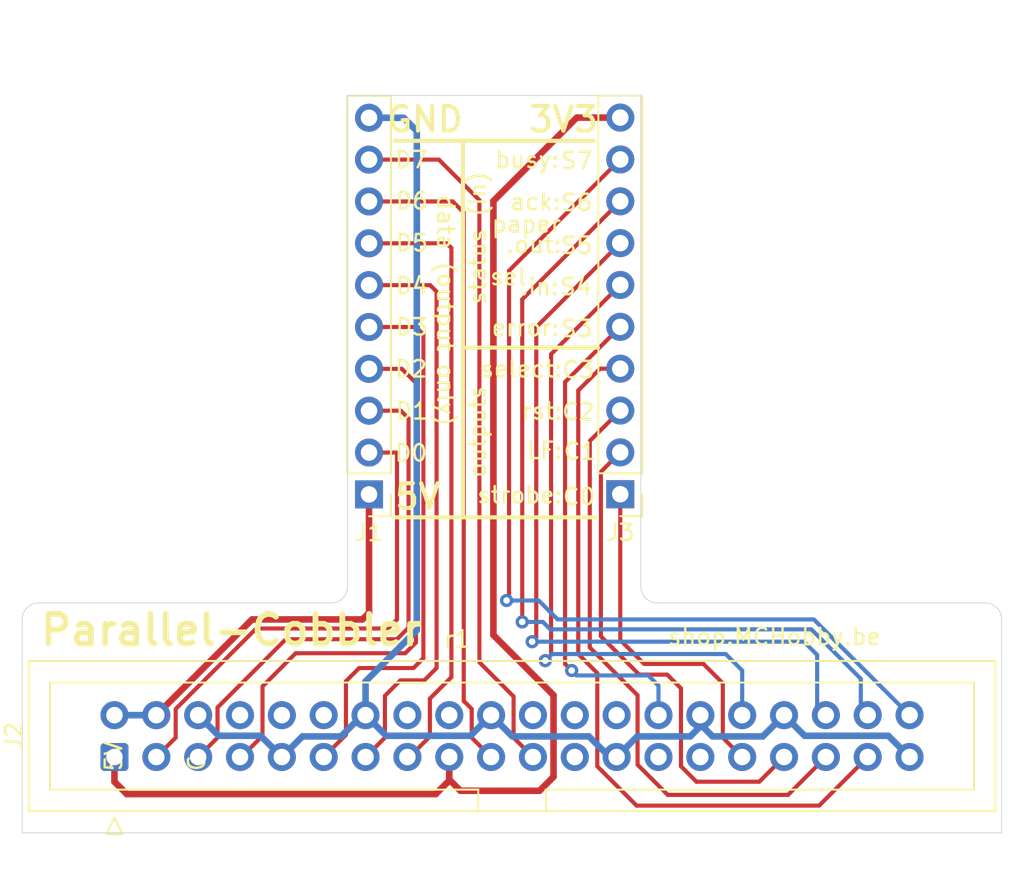
<source format=kicad_pcb>
(kicad_pcb (version 20171130) (host pcbnew 5.1.12-84ad8e8a86~92~ubuntu18.04.1)

  (general
    (thickness 1.6)
    (drawings 59)
    (tracks 181)
    (zones 0)
    (modules 3)
    (nets 32)
  )

  (page A4)
  (layers
    (0 F.Cu signal)
    (31 B.Cu signal)
    (32 B.Adhes user)
    (33 F.Adhes user)
    (34 B.Paste user)
    (35 F.Paste user)
    (36 B.SilkS user)
    (37 F.SilkS user)
    (38 B.Mask user)
    (39 F.Mask user)
    (40 Dwgs.User user)
    (41 Cmts.User user)
    (42 Eco1.User user)
    (43 Eco2.User user)
    (44 Edge.Cuts user)
    (45 Margin user)
    (46 B.CrtYd user)
    (47 F.CrtYd user)
    (48 B.Fab user)
    (49 F.Fab user)
  )

  (setup
    (last_trace_width 0.25)
    (trace_clearance 0.2)
    (zone_clearance 0.508)
    (zone_45_only no)
    (trace_min 0.2)
    (via_size 0.8)
    (via_drill 0.4)
    (via_min_size 0.4)
    (via_min_drill 0.3)
    (uvia_size 0.3)
    (uvia_drill 0.1)
    (uvias_allowed no)
    (uvia_min_size 0.2)
    (uvia_min_drill 0.1)
    (edge_width 0.05)
    (segment_width 0.2)
    (pcb_text_width 0.3)
    (pcb_text_size 1.5 1.5)
    (mod_edge_width 0.12)
    (mod_text_size 1 1)
    (mod_text_width 0.15)
    (pad_size 1.524 1.524)
    (pad_drill 0.762)
    (pad_to_mask_clearance 0)
    (aux_axis_origin 0 0)
    (visible_elements FFFFFF7F)
    (pcbplotparams
      (layerselection 0x010fc_ffffffff)
      (usegerberextensions false)
      (usegerberattributes true)
      (usegerberadvancedattributes true)
      (creategerberjobfile true)
      (excludeedgelayer true)
      (linewidth 0.100000)
      (plotframeref false)
      (viasonmask false)
      (mode 1)
      (useauxorigin false)
      (hpglpennumber 1)
      (hpglpenspeed 20)
      (hpglpendiameter 15.000000)
      (psnegative false)
      (psa4output false)
      (plotreference true)
      (plotvalue true)
      (plotinvisibletext false)
      (padsonsilk false)
      (subtractmaskfromsilk false)
      (outputformat 1)
      (mirror false)
      (drillshape 0)
      (scaleselection 1)
      (outputdirectory "Parallel-cobbler-000/"))
  )

  (net 0 "")
  (net 1 +5V)
  (net 2 GND)
  (net 3 +3V3)
  (net 4 /c3)
  (net 5 /c2)
  (net 6 /s3)
  (net 7 /c1)
  (net 8 /s4)
  (net 9 /s5)
  (net 10 /s7)
  (net 11 /s6)
  (net 12 /d7)
  (net 13 /d6)
  (net 14 /d5)
  (net 15 /d4)
  (net 16 /d1)
  (net 17 /d0)
  (net 18 /c0)
  (net 19 "Net-(J2-Pad26)")
  (net 20 "Net-(J2-Pad24)")
  (net 21 "Net-(J2-Pad22)")
  (net 22 "Net-(J2-Pad18)")
  (net 23 "Net-(J2-Pad16)")
  (net 24 "Net-(J2-Pad12)")
  (net 25 "Net-(J2-Pad10)")
  (net 26 "Net-(J2-Pad8)")
  (net 27 "Net-(J2-Pad29)")
  (net 28 "Net-(J2-Pad27)")
  (net 29 "Net-(J2-Pad23)")
  (net 30 /d3)
  (net 31 /d2)

  (net_class Default "This is the default net class."
    (clearance 0.2)
    (trace_width 0.25)
    (via_dia 0.8)
    (via_drill 0.4)
    (uvia_dia 0.3)
    (uvia_drill 0.1)
    (add_net /c0)
    (add_net /c1)
    (add_net /c2)
    (add_net /c3)
    (add_net /d0)
    (add_net /d1)
    (add_net /d2)
    (add_net /d3)
    (add_net /d4)
    (add_net /d5)
    (add_net /d6)
    (add_net /d7)
    (add_net /s3)
    (add_net /s4)
    (add_net /s5)
    (add_net /s6)
    (add_net /s7)
    (add_net "Net-(J2-Pad10)")
    (add_net "Net-(J2-Pad12)")
    (add_net "Net-(J2-Pad16)")
    (add_net "Net-(J2-Pad18)")
    (add_net "Net-(J2-Pad22)")
    (add_net "Net-(J2-Pad23)")
    (add_net "Net-(J2-Pad24)")
    (add_net "Net-(J2-Pad26)")
    (add_net "Net-(J2-Pad27)")
    (add_net "Net-(J2-Pad29)")
    (add_net "Net-(J2-Pad8)")
  )

  (net_class PWR ""
    (clearance 0.2)
    (trace_width 0.4)
    (via_dia 0.8)
    (via_drill 0.4)
    (uvia_dia 0.3)
    (uvia_drill 0.1)
    (add_net +3V3)
    (add_net +5V)
    (add_net GND)
  )

  (module Connector_PinHeader_2.54mm:PinHeader_1x10_P2.54mm_Vertical (layer F.Cu) (tedit 59FED5CC) (tstamp 62B951C7)
    (at 143.25 50.9 180)
    (descr "Through hole straight pin header, 1x10, 2.54mm pitch, single row")
    (tags "Through hole pin header THT 1x10 2.54mm single row")
    (path /62B97D27)
    (fp_text reference J3 (at 0 -2.33) (layer F.SilkS)
      (effects (font (size 1 1) (thickness 0.15)))
    )
    (fp_text value Conn_Right (at 0 25.19) (layer F.Fab)
      (effects (font (size 1 1) (thickness 0.15)))
    )
    (fp_line (start 1.8 -1.8) (end -1.8 -1.8) (layer F.CrtYd) (width 0.05))
    (fp_line (start 1.8 24.65) (end 1.8 -1.8) (layer F.CrtYd) (width 0.05))
    (fp_line (start -1.8 24.65) (end 1.8 24.65) (layer F.CrtYd) (width 0.05))
    (fp_line (start -1.8 -1.8) (end -1.8 24.65) (layer F.CrtYd) (width 0.05))
    (fp_line (start -1.33 -1.33) (end 0 -1.33) (layer F.SilkS) (width 0.12))
    (fp_line (start -1.33 0) (end -1.33 -1.33) (layer F.SilkS) (width 0.12))
    (fp_line (start -1.33 1.27) (end 1.33 1.27) (layer F.SilkS) (width 0.12))
    (fp_line (start 1.33 1.27) (end 1.33 24.19) (layer F.SilkS) (width 0.12))
    (fp_line (start -1.33 1.27) (end -1.33 24.19) (layer F.SilkS) (width 0.12))
    (fp_line (start -1.33 24.19) (end 1.33 24.19) (layer F.SilkS) (width 0.12))
    (fp_line (start -1.27 -0.635) (end -0.635 -1.27) (layer F.Fab) (width 0.1))
    (fp_line (start -1.27 24.13) (end -1.27 -0.635) (layer F.Fab) (width 0.1))
    (fp_line (start 1.27 24.13) (end -1.27 24.13) (layer F.Fab) (width 0.1))
    (fp_line (start 1.27 -1.27) (end 1.27 24.13) (layer F.Fab) (width 0.1))
    (fp_line (start -0.635 -1.27) (end 1.27 -1.27) (layer F.Fab) (width 0.1))
    (fp_text user %R (at 0 11.43 90) (layer F.Fab)
      (effects (font (size 1 1) (thickness 0.15)))
    )
    (pad 10 thru_hole oval (at 0 22.86 180) (size 1.7 1.7) (drill 1) (layers *.Cu *.Mask)
      (net 3 +3V3))
    (pad 9 thru_hole oval (at 0 20.32 180) (size 1.7 1.7) (drill 1) (layers *.Cu *.Mask)
      (net 10 /s7))
    (pad 8 thru_hole oval (at 0 17.78 180) (size 1.7 1.7) (drill 1) (layers *.Cu *.Mask)
      (net 11 /s6))
    (pad 7 thru_hole oval (at 0 15.24 180) (size 1.7 1.7) (drill 1) (layers *.Cu *.Mask)
      (net 9 /s5))
    (pad 6 thru_hole oval (at 0 12.7 180) (size 1.7 1.7) (drill 1) (layers *.Cu *.Mask)
      (net 8 /s4))
    (pad 5 thru_hole oval (at 0 10.16 180) (size 1.7 1.7) (drill 1) (layers *.Cu *.Mask)
      (net 6 /s3))
    (pad 4 thru_hole oval (at 0 7.62 180) (size 1.7 1.7) (drill 1) (layers *.Cu *.Mask)
      (net 4 /c3))
    (pad 3 thru_hole oval (at 0 5.08 180) (size 1.7 1.7) (drill 1) (layers *.Cu *.Mask)
      (net 5 /c2))
    (pad 2 thru_hole oval (at 0 2.54 180) (size 1.7 1.7) (drill 1) (layers *.Cu *.Mask)
      (net 7 /c1))
    (pad 1 thru_hole rect (at 0 0 180) (size 1.7 1.7) (drill 1) (layers *.Cu *.Mask)
      (net 18 /c0))
    (model ${KISYS3DMOD}/Connector_PinHeader_2.54mm.3dshapes/PinHeader_1x10_P2.54mm_Vertical.wrl
      (at (xyz 0 0 0))
      (scale (xyz 1 1 1))
      (rotate (xyz 0 0 0))
    )
  )

  (module Connector_PinHeader_2.54mm:PinHeader_1x10_P2.54mm_Vertical (layer F.Cu) (tedit 59FED5CC) (tstamp 62B95111)
    (at 128 50.91 180)
    (descr "Through hole straight pin header, 1x10, 2.54mm pitch, single row")
    (tags "Through hole pin header THT 1x10 2.54mm single row")
    (path /62B966F6)
    (fp_text reference J1 (at 0 -2.33) (layer F.SilkS)
      (effects (font (size 1 1) (thickness 0.15)))
    )
    (fp_text value Conn_Left (at 0 25.19) (layer F.Fab)
      (effects (font (size 1 1) (thickness 0.15)))
    )
    (fp_line (start 1.8 -1.8) (end -1.8 -1.8) (layer F.CrtYd) (width 0.05))
    (fp_line (start 1.8 24.65) (end 1.8 -1.8) (layer F.CrtYd) (width 0.05))
    (fp_line (start -1.8 24.65) (end 1.8 24.65) (layer F.CrtYd) (width 0.05))
    (fp_line (start -1.8 -1.8) (end -1.8 24.65) (layer F.CrtYd) (width 0.05))
    (fp_line (start -1.33 -1.33) (end 0 -1.33) (layer F.SilkS) (width 0.12))
    (fp_line (start -1.33 0) (end -1.33 -1.33) (layer F.SilkS) (width 0.12))
    (fp_line (start -1.33 1.27) (end 1.33 1.27) (layer F.SilkS) (width 0.12))
    (fp_line (start 1.33 1.27) (end 1.33 24.19) (layer F.SilkS) (width 0.12))
    (fp_line (start -1.33 1.27) (end -1.33 24.19) (layer F.SilkS) (width 0.12))
    (fp_line (start -1.33 24.19) (end 1.33 24.19) (layer F.SilkS) (width 0.12))
    (fp_line (start -1.27 -0.635) (end -0.635 -1.27) (layer F.Fab) (width 0.1))
    (fp_line (start -1.27 24.13) (end -1.27 -0.635) (layer F.Fab) (width 0.1))
    (fp_line (start 1.27 24.13) (end -1.27 24.13) (layer F.Fab) (width 0.1))
    (fp_line (start 1.27 -1.27) (end 1.27 24.13) (layer F.Fab) (width 0.1))
    (fp_line (start -0.635 -1.27) (end 1.27 -1.27) (layer F.Fab) (width 0.1))
    (fp_text user %R (at 0 11.43 90) (layer F.Fab)
      (effects (font (size 1 1) (thickness 0.15)))
    )
    (pad 10 thru_hole oval (at 0 22.86 180) (size 1.7 1.7) (drill 1) (layers *.Cu *.Mask)
      (net 2 GND))
    (pad 9 thru_hole oval (at 0 20.32 180) (size 1.7 1.7) (drill 1) (layers *.Cu *.Mask)
      (net 12 /d7))
    (pad 8 thru_hole oval (at 0 17.78 180) (size 1.7 1.7) (drill 1) (layers *.Cu *.Mask)
      (net 13 /d6))
    (pad 7 thru_hole oval (at 0 15.24 180) (size 1.7 1.7) (drill 1) (layers *.Cu *.Mask)
      (net 14 /d5))
    (pad 6 thru_hole oval (at 0 12.7 180) (size 1.7 1.7) (drill 1) (layers *.Cu *.Mask)
      (net 15 /d4))
    (pad 5 thru_hole oval (at 0 10.16 180) (size 1.7 1.7) (drill 1) (layers *.Cu *.Mask)
      (net 30 /d3))
    (pad 4 thru_hole oval (at 0 7.62 180) (size 1.7 1.7) (drill 1) (layers *.Cu *.Mask)
      (net 31 /d2))
    (pad 3 thru_hole oval (at 0 5.08 180) (size 1.7 1.7) (drill 1) (layers *.Cu *.Mask)
      (net 16 /d1))
    (pad 2 thru_hole oval (at 0 2.54 180) (size 1.7 1.7) (drill 1) (layers *.Cu *.Mask)
      (net 17 /d0))
    (pad 1 thru_hole rect (at 0 0 180) (size 1.7 1.7) (drill 1) (layers *.Cu *.Mask)
      (net 1 +5V))
    (model ${KISYS3DMOD}/Connector_PinHeader_2.54mm.3dshapes/PinHeader_1x10_P2.54mm_Vertical.wrl
      (at (xyz 0 0 0))
      (scale (xyz 1 1 1))
      (rotate (xyz 0 0 0))
    )
  )

  (module Connector_IDC:IDC-Header_2x20_P2.54mm_Vertical (layer F.Cu) (tedit 5EAC9A07) (tstamp 62B8BF72)
    (at 112.55 66.85 90)
    (descr "Through hole IDC box header, 2x20, 2.54mm pitch, DIN 41651 / IEC 60603-13, double rows, https://docs.google.com/spreadsheets/d/16SsEcesNF15N3Lb4niX7dcUr-NY5_MFPQhobNuNppn4/edit#gid=0")
    (tags "Through hole vertical IDC box header THT 2x20 2.54mm double row")
    (path /62B7B213)
    (fp_text reference J2 (at 1.27 -6.1 90) (layer F.SilkS)
      (effects (font (size 1 1) (thickness 0.15)))
    )
    (fp_text value Conn_RASP (at 1.27 54.36 90) (layer F.Fab)
      (effects (font (size 1 1) (thickness 0.15)))
    )
    (fp_line (start -3.18 -4.1) (end -2.18 -5.1) (layer F.Fab) (width 0.1))
    (fp_line (start -2.18 -5.1) (end 5.72 -5.1) (layer F.Fab) (width 0.1))
    (fp_line (start 5.72 -5.1) (end 5.72 53.36) (layer F.Fab) (width 0.1))
    (fp_line (start 5.72 53.36) (end -3.18 53.36) (layer F.Fab) (width 0.1))
    (fp_line (start -3.18 53.36) (end -3.18 -4.1) (layer F.Fab) (width 0.1))
    (fp_line (start -3.18 22.08) (end -1.98 22.08) (layer F.Fab) (width 0.1))
    (fp_line (start -1.98 22.08) (end -1.98 -3.91) (layer F.Fab) (width 0.1))
    (fp_line (start -1.98 -3.91) (end 4.52 -3.91) (layer F.Fab) (width 0.1))
    (fp_line (start 4.52 -3.91) (end 4.52 52.17) (layer F.Fab) (width 0.1))
    (fp_line (start 4.52 52.17) (end -1.98 52.17) (layer F.Fab) (width 0.1))
    (fp_line (start -1.98 52.17) (end -1.98 26.18) (layer F.Fab) (width 0.1))
    (fp_line (start -1.98 26.18) (end -1.98 26.18) (layer F.Fab) (width 0.1))
    (fp_line (start -1.98 26.18) (end -3.18 26.18) (layer F.Fab) (width 0.1))
    (fp_line (start -3.29 -5.21) (end 5.83 -5.21) (layer F.SilkS) (width 0.12))
    (fp_line (start 5.83 -5.21) (end 5.83 53.47) (layer F.SilkS) (width 0.12))
    (fp_line (start 5.83 53.47) (end -3.29 53.47) (layer F.SilkS) (width 0.12))
    (fp_line (start -3.29 53.47) (end -3.29 -5.21) (layer F.SilkS) (width 0.12))
    (fp_line (start -3.29 22.08) (end -1.98 22.08) (layer F.SilkS) (width 0.12))
    (fp_line (start -1.98 22.08) (end -1.98 -3.91) (layer F.SilkS) (width 0.12))
    (fp_line (start -1.98 -3.91) (end 4.52 -3.91) (layer F.SilkS) (width 0.12))
    (fp_line (start 4.52 -3.91) (end 4.52 52.17) (layer F.SilkS) (width 0.12))
    (fp_line (start 4.52 52.17) (end -1.98 52.17) (layer F.SilkS) (width 0.12))
    (fp_line (start -1.98 52.17) (end -1.98 26.18) (layer F.SilkS) (width 0.12))
    (fp_line (start -1.98 26.18) (end -1.98 26.18) (layer F.SilkS) (width 0.12))
    (fp_line (start -1.98 26.18) (end -3.29 26.18) (layer F.SilkS) (width 0.12))
    (fp_line (start -3.68 0) (end -4.68 -0.5) (layer F.SilkS) (width 0.12))
    (fp_line (start -4.68 -0.5) (end -4.68 0.5) (layer F.SilkS) (width 0.12))
    (fp_line (start -4.68 0.5) (end -3.68 0) (layer F.SilkS) (width 0.12))
    (fp_line (start -3.68 -5.6) (end -3.68 53.86) (layer F.CrtYd) (width 0.05))
    (fp_line (start -3.68 53.86) (end 6.22 53.86) (layer F.CrtYd) (width 0.05))
    (fp_line (start 6.22 53.86) (end 6.22 -5.6) (layer F.CrtYd) (width 0.05))
    (fp_line (start 6.22 -5.6) (end -3.68 -5.6) (layer F.CrtYd) (width 0.05))
    (fp_text user %R (at 1.27 24.13) (layer F.Fab)
      (effects (font (size 1 1) (thickness 0.15)))
    )
    (pad 40 thru_hole circle (at 2.54 48.26 90) (size 1.7 1.7) (drill 1) (layers *.Cu *.Mask)
      (net 10 /s7))
    (pad 38 thru_hole circle (at 2.54 45.72 90) (size 1.7 1.7) (drill 1) (layers *.Cu *.Mask)
      (net 11 /s6))
    (pad 36 thru_hole circle (at 2.54 43.18 90) (size 1.7 1.7) (drill 1) (layers *.Cu *.Mask)
      (net 9 /s5))
    (pad 34 thru_hole circle (at 2.54 40.64 90) (size 1.7 1.7) (drill 1) (layers *.Cu *.Mask)
      (net 2 GND))
    (pad 32 thru_hole circle (at 2.54 38.1 90) (size 1.7 1.7) (drill 1) (layers *.Cu *.Mask)
      (net 8 /s4))
    (pad 30 thru_hole circle (at 2.54 35.56 90) (size 1.7 1.7) (drill 1) (layers *.Cu *.Mask)
      (net 2 GND))
    (pad 28 thru_hole circle (at 2.54 33.02 90) (size 1.7 1.7) (drill 1) (layers *.Cu *.Mask)
      (net 6 /s3))
    (pad 26 thru_hole circle (at 2.54 30.48 90) (size 1.7 1.7) (drill 1) (layers *.Cu *.Mask)
      (net 19 "Net-(J2-Pad26)"))
    (pad 24 thru_hole circle (at 2.54 27.94 90) (size 1.7 1.7) (drill 1) (layers *.Cu *.Mask)
      (net 20 "Net-(J2-Pad24)"))
    (pad 22 thru_hole circle (at 2.54 25.4 90) (size 1.7 1.7) (drill 1) (layers *.Cu *.Mask)
      (net 21 "Net-(J2-Pad22)"))
    (pad 20 thru_hole circle (at 2.54 22.86 90) (size 1.7 1.7) (drill 1) (layers *.Cu *.Mask)
      (net 2 GND))
    (pad 18 thru_hole circle (at 2.54 20.32 90) (size 1.7 1.7) (drill 1) (layers *.Cu *.Mask)
      (net 22 "Net-(J2-Pad18)"))
    (pad 16 thru_hole circle (at 2.54 17.78 90) (size 1.7 1.7) (drill 1) (layers *.Cu *.Mask)
      (net 23 "Net-(J2-Pad16)"))
    (pad 14 thru_hole circle (at 2.54 15.24 90) (size 1.7 1.7) (drill 1) (layers *.Cu *.Mask)
      (net 2 GND))
    (pad 12 thru_hole circle (at 2.54 12.7 90) (size 1.7 1.7) (drill 1) (layers *.Cu *.Mask)
      (net 24 "Net-(J2-Pad12)"))
    (pad 10 thru_hole circle (at 2.54 10.16 90) (size 1.7 1.7) (drill 1) (layers *.Cu *.Mask)
      (net 25 "Net-(J2-Pad10)"))
    (pad 8 thru_hole circle (at 2.54 7.62 90) (size 1.7 1.7) (drill 1) (layers *.Cu *.Mask)
      (net 26 "Net-(J2-Pad8)"))
    (pad 6 thru_hole circle (at 2.54 5.08 90) (size 1.7 1.7) (drill 1) (layers *.Cu *.Mask)
      (net 2 GND))
    (pad 4 thru_hole circle (at 2.54 2.54 90) (size 1.7 1.7) (drill 1) (layers *.Cu *.Mask)
      (net 1 +5V))
    (pad 2 thru_hole circle (at 2.54 0 90) (size 1.7 1.7) (drill 1) (layers *.Cu *.Mask)
      (net 1 +5V))
    (pad 39 thru_hole circle (at 0 48.26 90) (size 1.7 1.7) (drill 1) (layers *.Cu *.Mask)
      (net 2 GND))
    (pad 37 thru_hole circle (at 0 45.72 90) (size 1.7 1.7) (drill 1) (layers *.Cu *.Mask)
      (net 4 /c3))
    (pad 35 thru_hole circle (at 0 43.18 90) (size 1.7 1.7) (drill 1) (layers *.Cu *.Mask)
      (net 5 /c2))
    (pad 33 thru_hole circle (at 0 40.64 90) (size 1.7 1.7) (drill 1) (layers *.Cu *.Mask)
      (net 7 /c1))
    (pad 31 thru_hole circle (at 0 38.1 90) (size 1.7 1.7) (drill 1) (layers *.Cu *.Mask)
      (net 18 /c0))
    (pad 29 thru_hole circle (at 0 35.56 90) (size 1.7 1.7) (drill 1) (layers *.Cu *.Mask)
      (net 27 "Net-(J2-Pad29)"))
    (pad 27 thru_hole circle (at 0 33.02 90) (size 1.7 1.7) (drill 1) (layers *.Cu *.Mask)
      (net 28 "Net-(J2-Pad27)"))
    (pad 25 thru_hole circle (at 0 30.48 90) (size 1.7 1.7) (drill 1) (layers *.Cu *.Mask)
      (net 2 GND))
    (pad 23 thru_hole circle (at 0 27.94 90) (size 1.7 1.7) (drill 1) (layers *.Cu *.Mask)
      (net 29 "Net-(J2-Pad23)"))
    (pad 21 thru_hole circle (at 0 25.4 90) (size 1.7 1.7) (drill 1) (layers *.Cu *.Mask)
      (net 12 /d7))
    (pad 19 thru_hole circle (at 0 22.86 90) (size 1.7 1.7) (drill 1) (layers *.Cu *.Mask)
      (net 13 /d6))
    (pad 17 thru_hole circle (at 0 20.32 90) (size 1.7 1.7) (drill 1) (layers *.Cu *.Mask)
      (net 3 +3V3))
    (pad 15 thru_hole circle (at 0 17.78 90) (size 1.7 1.7) (drill 1) (layers *.Cu *.Mask)
      (net 14 /d5))
    (pad 13 thru_hole circle (at 0 15.24 90) (size 1.7 1.7) (drill 1) (layers *.Cu *.Mask)
      (net 15 /d4))
    (pad 11 thru_hole circle (at 0 12.7 90) (size 1.7 1.7) (drill 1) (layers *.Cu *.Mask)
      (net 30 /d3))
    (pad 9 thru_hole circle (at 0 10.16 90) (size 1.7 1.7) (drill 1) (layers *.Cu *.Mask)
      (net 2 GND))
    (pad 7 thru_hole circle (at 0 7.62 90) (size 1.7 1.7) (drill 1) (layers *.Cu *.Mask)
      (net 31 /d2))
    (pad 5 thru_hole circle (at 0 5.08 90) (size 1.7 1.7) (drill 1) (layers *.Cu *.Mask)
      (net 16 /d1))
    (pad 3 thru_hole circle (at 0 2.54 90) (size 1.7 1.7) (drill 1) (layers *.Cu *.Mask)
      (net 17 /d0))
    (pad 1 thru_hole roundrect (at 0 0 90) (size 1.7 1.7) (drill 1) (layers *.Cu *.Mask) (roundrect_rratio 0.1470588235294118)
      (net 3 +3V3))
    (model ${KISYS3DMOD}/Connector_IDC.3dshapes/IDC-Header_2x20_P2.54mm_Vertical.wrl
      (at (xyz 0 0 0))
      (scale (xyz 1 1 1))
      (rotate (xyz 0 0 0))
    )
  )

  (gr_line (start 129.55 29.45) (end 141.65 29.45) (layer F.SilkS) (width 0.25))
  (gr_line (start 129.6 52.3) (end 141.75 52.3) (layer F.SilkS) (width 0.25))
  (gr_text sel (at 136.45 37.7) (layer F.SilkS)
    (effects (font (size 1 1) (thickness 0.15)))
  )
  (gr_line (start 133.7 42) (end 133.7 29.5) (layer F.SilkS) (width 0.25))
  (gr_line (start 133.7 42) (end 133.7 52.3) (layer F.SilkS) (width 0.25))
  (gr_text "data (output only)" (at 132.65 39.75 -90) (layer F.SilkS)
    (effects (font (size 1 1) (thickness 0.15)))
  )
  (gr_text outputs (at 134.6 47.1 90) (layer F.SilkS)
    (effects (font (size 1 1) (thickness 0.15)))
  )
  (gr_text "status (in)" (at 134.6 35.35 90) (layer F.SilkS)
    (effects (font (size 1 1) (thickness 0.15)))
  )
  (gr_text paper (at 137.55 34.5) (layer F.SilkS)
    (effects (font (size 1 1) (thickness 0.15)))
  )
  (gr_text error: (at 137.5 40.8) (layer F.SilkS)
    (effects (font (size 1 1) (thickness 0.15)))
  )
  (gr_text .in: (at 138.35 38.3) (layer F.SilkS)
    (effects (font (size 1 1) (thickness 0.15)))
  )
  (gr_text .out: (at 138 35.75) (layer F.SilkS)
    (effects (font (size 1 1) (thickness 0.15)))
  )
  (gr_text ack: (at 138.1 33.15) (layer F.SilkS)
    (effects (font (size 1 1) (thickness 0.15)))
  )
  (gr_text busy: (at 137.6 30.6) (layer F.SilkS)
    (effects (font (size 1 1) (thickness 0.15)))
  )
  (gr_text select: (at 137.25 43.3) (layer F.SilkS)
    (effects (font (size 1 1) (thickness 0.15)))
  )
  (gr_text rst: (at 138.5 45.85) (layer F.SilkS)
    (effects (font (size 1 1) (thickness 0.15)))
  )
  (gr_text LF: (at 138.65 48.25) (layer F.SilkS)
    (effects (font (size 1 1) (thickness 0.15)))
  )
  (gr_text strobe: (at 137.15 50.95) (layer F.SilkS)
    (effects (font (size 1 1) (thickness 0.15)))
  )
  (gr_line (start 141.9 42) (end 133.7 42) (layer F.SilkS) (width 0.25))
  (gr_text C0 (at 140.75 51.05) (layer F.SilkS)
    (effects (font (size 1 1) (thickness 0.15)))
  )
  (gr_text C1 (at 140.8 48.3) (layer F.SilkS)
    (effects (font (size 1 1) (thickness 0.15)))
  )
  (gr_text C2 (at 140.7 45.9) (layer F.SilkS)
    (effects (font (size 1 1) (thickness 0.15)))
  )
  (gr_text C3 (at 140.7 43.35) (layer F.SilkS)
    (effects (font (size 1 1) (thickness 0.15)))
  )
  (gr_text S7 (at 140.6 30.65) (layer F.SilkS)
    (effects (font (size 1 1) (thickness 0.15)))
  )
  (gr_text S6 (at 140.6 33.2) (layer F.SilkS)
    (effects (font (size 1 1) (thickness 0.15)))
  )
  (gr_text S5 (at 140.6 35.8) (layer F.SilkS)
    (effects (font (size 1 1) (thickness 0.15)))
  )
  (gr_text S4 (at 140.55 38.3) (layer F.SilkS)
    (effects (font (size 1 1) (thickness 0.15)))
  )
  (gr_text S3 (at 140.6 40.85) (layer F.SilkS)
    (effects (font (size 1 1) (thickness 0.15)))
  )
  (gr_text D0 (at 130.55 48.4) (layer F.SilkS)
    (effects (font (size 1 1) (thickness 0.15)))
  )
  (gr_text D1 (at 130.6 45.85) (layer F.SilkS)
    (effects (font (size 1 1) (thickness 0.15)))
  )
  (gr_text D2 (at 130.55 43.3) (layer F.SilkS)
    (effects (font (size 1 1) (thickness 0.15)))
  )
  (gr_text D3 (at 130.6 40.75) (layer F.SilkS)
    (effects (font (size 1 1) (thickness 0.15)))
  )
  (gr_text D4 (at 130.6 38.25) (layer F.SilkS)
    (effects (font (size 1 1) (thickness 0.15)))
  )
  (gr_text D5 (at 130.6 35.65) (layer F.SilkS)
    (effects (font (size 1 1) (thickness 0.15)))
  )
  (gr_text D6 (at 130.6 33.1) (layer F.SilkS)
    (effects (font (size 1 1) (thickness 0.15)))
  )
  (gr_text D7 (at 130.55 30.6) (layer F.SilkS)
    (effects (font (size 1 1) (thickness 0.15)))
  )
  (gr_text GND (at 131.4 28.15) (layer F.SilkS) (tstamp 62B9591C)
    (effects (font (size 1.5 1.5) (thickness 0.25)))
  )
  (gr_text 3V3 (at 139.8 28.15) (layer F.SilkS) (tstamp 62B95915)
    (effects (font (size 1.5 1.5) (thickness 0.25)))
  )
  (gr_text 5V (at 130.95 51.05) (layer F.SilkS)
    (effects (font (size 1.5 1.5) (thickness 0.25)))
  )
  (gr_arc (start 107.95 58.5) (end 107.95 57.5) (angle -90) (layer Edge.Cuts) (width 0.05))
  (gr_arc (start 165.4 58.5) (end 166.4 58.5) (angle -90) (layer Edge.Cuts) (width 0.05))
  (gr_arc (start 125.7 56.5) (end 125.7 57.5) (angle -90) (layer Edge.Cuts) (width 0.05))
  (gr_arc (start 145.5 56.5) (end 144.5 56.5) (angle -90) (layer Edge.Cuts) (width 0.05))
  (gr_text shop.MCHobby.be (at 152.6 59.55) (layer F.SilkS)
    (effects (font (size 1 1) (thickness 0.15)))
  )
  (gr_text r1 (at 133.35 59.7) (layer F.SilkS)
    (effects (font (size 1 1) (thickness 0.15)))
  )
  (gr_line (start 145.5 57.5) (end 165.4 57.5) (layer Edge.Cuts) (width 0.05))
  (gr_line (start 107.95 57.5) (end 125.7 57.5) (layer Edge.Cuts) (width 0.05))
  (gr_line (start 126.7 26.7) (end 126.7 56.5) (layer Edge.Cuts) (width 0.05))
  (gr_line (start 144.5 26.7) (end 144.5 56.5) (layer Edge.Cuts) (width 0.05) (tstamp 62B958E8))
  (dimension 15.25 (width 0.15) (layer Eco1.User)
    (gr_text "15,250 mm" (at 135.625 21.6) (layer Eco1.User)
      (effects (font (size 1 1) (thickness 0.15)))
    )
    (feature1 (pts (xy 128 27.1) (xy 128 22.313579)))
    (feature2 (pts (xy 143.25 27.1) (xy 143.25 22.313579)))
    (crossbar (pts (xy 143.25 22.9) (xy 128 22.9)))
    (arrow1a (pts (xy 128 22.9) (xy 129.126504 22.313579)))
    (arrow1b (pts (xy 128 22.9) (xy 129.126504 23.486421)))
    (arrow2a (pts (xy 143.25 22.9) (xy 142.123496 22.313579)))
    (arrow2b (pts (xy 143.25 22.9) (xy 142.123496 23.486421)))
  )
  (dimension 6.6 (width 0.15) (layer Eco1.User)
    (gr_text "6,600 mm" (at 139.95 24.35) (layer Eco1.User)
      (effects (font (size 1 1) (thickness 0.15)))
    )
    (feature1 (pts (xy 143.25 27.1) (xy 143.25 25.063579)))
    (feature2 (pts (xy 136.65 27.1) (xy 136.65 25.063579)))
    (crossbar (pts (xy 136.65 25.65) (xy 143.25 25.65)))
    (arrow1a (pts (xy 143.25 25.65) (xy 142.123496 26.236421)))
    (arrow1b (pts (xy 143.25 25.65) (xy 142.123496 25.063579)))
    (arrow2a (pts (xy 136.65 25.65) (xy 137.776504 26.236421)))
    (arrow2b (pts (xy 136.65 25.65) (xy 137.776504 25.063579)))
  )
  (gr_line (start 136.65 73.7) (end 136.65 27.05) (layer Eco1.User) (width 0.15))
  (gr_text Parallel-Cobbler (at 119.65 59.15) (layer F.SilkS)
    (effects (font (size 1.8 1.8) (thickness 0.35)))
  )
  (gr_text G (at 117.55 67.2 90) (layer F.SilkS)
    (effects (font (size 1 1) (thickness 0.15)))
  )
  (gr_text 5V (at 112.5 66.8 90) (layer F.SilkS)
    (effects (font (size 1 1) (thickness 0.15)))
  )
  (gr_line (start 106.95 58.5) (end 106.95 71.45) (layer Edge.Cuts) (width 0.05) (tstamp 62B8D64A))
  (gr_line (start 166.4 71.45) (end 106.95 71.45) (layer Edge.Cuts) (width 0.05))
  (gr_line (start 166.4 58.5) (end 166.4 71.45) (layer Edge.Cuts) (width 0.05))
  (gr_line (start 126.7 26.7) (end 144.5 26.7) (layer Edge.Cuts) (width 0.05))

  (segment (start 112.55 64.31) (end 115.09 64.31) (width 0.4) (layer B.Cu) (net 1))
  (segment (start 120.9 58.5) (end 115.09 64.31) (width 0.4) (layer F.Cu) (net 1))
  (segment (start 127.6 58.5) (end 120.9 58.5) (width 0.4) (layer F.Cu) (net 1))
  (segment (start 128 50.91) (end 128 58.1) (width 0.4) (layer F.Cu) (net 1))
  (segment (start 128 58.1) (end 127.6 58.5) (width 0.4) (layer F.Cu) (net 1))
  (segment (start 144.280001 65.599999) (end 147.500001 65.599999) (width 0.4) (layer B.Cu) (net 2))
  (segment (start 143.03 66.85) (end 144.280001 65.599999) (width 0.4) (layer B.Cu) (net 2))
  (segment (start 148.11 64.99) (end 148.11 64.31) (width 0.4) (layer B.Cu) (net 2))
  (segment (start 147.500001 65.599999) (end 148.11 64.99) (width 0.4) (layer B.Cu) (net 2))
  (segment (start 148.11 64.31) (end 148.11 64.86) (width 0.4) (layer B.Cu) (net 2))
  (segment (start 148.849999 65.599999) (end 151.900001 65.599999) (width 0.4) (layer B.Cu) (net 2))
  (segment (start 151.900001 65.599999) (end 153.19 64.31) (width 0.4) (layer B.Cu) (net 2))
  (segment (start 148.11 64.86) (end 148.849999 65.599999) (width 0.4) (layer B.Cu) (net 2))
  (segment (start 159.520001 65.560001) (end 160.81 66.85) (width 0.4) (layer B.Cu) (net 2))
  (segment (start 154.440001 65.560001) (end 159.520001 65.560001) (width 0.4) (layer B.Cu) (net 2))
  (segment (start 153.19 64.31) (end 154.440001 65.560001) (width 0.4) (layer B.Cu) (net 2))
  (segment (start 136.699999 65.599999) (end 141.349999 65.599999) (width 0.4) (layer B.Cu) (net 2))
  (segment (start 135.41 64.31) (end 136.699999 65.599999) (width 0.4) (layer B.Cu) (net 2))
  (segment (start 142.6 66.85) (end 143.03 66.85) (width 0.4) (layer B.Cu) (net 2))
  (segment (start 141.349999 65.599999) (end 142.6 66.85) (width 0.4) (layer B.Cu) (net 2))
  (segment (start 127.79 64.31) (end 129.040001 65.560001) (width 0.4) (layer B.Cu) (net 2))
  (segment (start 134.159999 65.560001) (end 135.41 64.31) (width 0.4) (layer B.Cu) (net 2))
  (segment (start 129.040001 65.560001) (end 134.159999 65.560001) (width 0.4) (layer B.Cu) (net 2))
  (segment (start 123.960001 65.599999) (end 126.299999 65.599999) (width 0.4) (layer B.Cu) (net 2))
  (segment (start 122.71 66.85) (end 123.960001 65.599999) (width 0.4) (layer B.Cu) (net 2))
  (segment (start 127.589998 64.31) (end 127.79 64.31) (width 0.4) (layer B.Cu) (net 2))
  (segment (start 126.299999 65.599999) (end 127.589998 64.31) (width 0.4) (layer B.Cu) (net 2))
  (segment (start 121.420001 65.560001) (end 122.71 66.85) (width 0.4) (layer B.Cu) (net 2))
  (segment (start 118.880001 65.560001) (end 121.420001 65.560001) (width 0.4) (layer B.Cu) (net 2))
  (segment (start 117.63 64.31) (end 118.880001 65.560001) (width 0.4) (layer B.Cu) (net 2))
  (segment (start 128 28.05) (end 130.1 28.05) (width 0.4) (layer B.Cu) (net 2))
  (segment (start 130.1 28.05) (end 130.9 28.85) (width 0.4) (layer B.Cu) (net 2))
  (segment (start 130.9 28.85) (end 130.9 59.15) (width 0.4) (layer B.Cu) (net 2))
  (segment (start 127.79 62.26) (end 127.79 64.31) (width 0.4) (layer B.Cu) (net 2))
  (segment (start 130.9 59.15) (end 127.79 62.26) (width 0.4) (layer B.Cu) (net 2))
  (segment (start 112.55 66.85) (end 112.55 68.35) (width 0.4) (layer F.Cu) (net 3))
  (segment (start 112.55 68.35) (end 113.3 69.1) (width 0.4) (layer F.Cu) (net 3))
  (segment (start 113.3 69.1) (end 132.05 69.1) (width 0.4) (layer F.Cu) (net 3))
  (segment (start 132.87 68.28) (end 132.87 66.85) (width 0.4) (layer F.Cu) (net 3))
  (segment (start 132.05 69.1) (end 132.87 68.28) (width 0.4) (layer F.Cu) (net 3))
  (segment (start 132.87 66.85) (end 132.87 68.22) (width 0.4) (layer F.Cu) (net 3))
  (segment (start 132.87 68.22) (end 133.55 68.9) (width 0.4) (layer F.Cu) (net 3))
  (segment (start 133.55 68.9) (end 138.35 68.9) (width 0.4) (layer F.Cu) (net 3))
  (segment (start 139.200001 68.049999) (end 139.200001 63.100001) (width 0.4) (layer F.Cu) (net 3))
  (segment (start 138.35 68.9) (end 139.200001 68.049999) (width 0.4) (layer F.Cu) (net 3))
  (segment (start 135.549999 59.449999) (end 135.549999 33.100001) (width 0.4) (layer F.Cu) (net 3))
  (segment (start 139.200001 63.100001) (end 135.549999 59.449999) (width 0.4) (layer F.Cu) (net 3))
  (segment (start 140.61 28.04) (end 143.25 28.04) (width 0.4) (layer F.Cu) (net 3))
  (segment (start 135.549999 33.100001) (end 140.61 28.04) (width 0.4) (layer F.Cu) (net 3))
  (segment (start 155.32 69.8) (end 158.27 66.85) (width 0.25) (layer F.Cu) (net 4))
  (segment (start 144.240998 69.8) (end 155.32 69.8) (width 0.25) (layer F.Cu) (net 4))
  (segment (start 142.02 43.28) (end 140.7 44.6) (width 0.25) (layer F.Cu) (net 4))
  (segment (start 143.25 43.28) (end 142.02 43.28) (width 0.25) (layer F.Cu) (net 4))
  (segment (start 140.7 44.6) (end 140.7 60.6) (width 0.25) (layer F.Cu) (net 4))
  (segment (start 140.7 60.6) (end 141.854999 61.754999) (width 0.25) (layer F.Cu) (net 4))
  (segment (start 141.854999 61.754999) (end 141.854999 67.414001) (width 0.25) (layer F.Cu) (net 4))
  (segment (start 141.854999 67.414001) (end 144.240998 69.8) (width 0.25) (layer F.Cu) (net 4))
  (segment (start 153.43 69.15) (end 155.73 66.85) (width 0.25) (layer F.Cu) (net 5))
  (segment (start 143.25 45.82) (end 141.4 47.67) (width 0.25) (layer F.Cu) (net 5))
  (segment (start 141.4 60.2) (end 144.3 63.1) (width 0.25) (layer F.Cu) (net 5))
  (segment (start 144.3 63.1) (end 144.3 67.319002) (width 0.25) (layer F.Cu) (net 5))
  (segment (start 141.4 47.67) (end 141.4 60.2) (width 0.25) (layer F.Cu) (net 5))
  (segment (start 144.3 67.319002) (end 146.130998 69.15) (width 0.25) (layer F.Cu) (net 5))
  (segment (start 146.130998 69.15) (end 153.43 69.15) (width 0.25) (layer F.Cu) (net 5))
  (via (at 140.3 61.6) (size 0.8) (drill 0.4) (layers F.Cu B.Cu) (net 6))
  (segment (start 140.6 61.9) (end 140.3 61.6) (width 0.25) (layer B.Cu) (net 6))
  (segment (start 140.3 61.6) (end 139.9 61.2) (width 0.25) (layer F.Cu) (net 6))
  (segment (start 139.9 44.09) (end 143.25 40.74) (width 0.25) (layer F.Cu) (net 6))
  (segment (start 139.9 61.2) (end 139.9 44.09) (width 0.25) (layer F.Cu) (net 6))
  (segment (start 140.6 61.9) (end 144.95 61.9) (width 0.25) (layer B.Cu) (net 6))
  (segment (start 145.57 62.52) (end 145.57 64.31) (width 0.25) (layer B.Cu) (net 6))
  (segment (start 144.95 61.9) (end 145.57 62.52) (width 0.25) (layer B.Cu) (net 6))
  (segment (start 147.870998 68.35) (end 151.69 68.35) (width 0.25) (layer F.Cu) (net 7))
  (segment (start 146.934999 67.414001) (end 147.870998 68.35) (width 0.25) (layer F.Cu) (net 7))
  (segment (start 142.074999 49.535001) (end 142.074999 59.524999) (width 0.25) (layer F.Cu) (net 7))
  (segment (start 142.074999 59.524999) (end 144.4 61.85) (width 0.25) (layer F.Cu) (net 7))
  (segment (start 143.25 48.36) (end 142.074999 49.535001) (width 0.25) (layer F.Cu) (net 7))
  (segment (start 144.4 61.85) (end 146.1 61.85) (width 0.25) (layer F.Cu) (net 7))
  (segment (start 151.69 68.35) (end 153.19 66.85) (width 0.25) (layer F.Cu) (net 7))
  (segment (start 146.1 61.85) (end 146.934999 62.684999) (width 0.25) (layer F.Cu) (net 7))
  (segment (start 146.934999 62.684999) (end 146.934999 67.414001) (width 0.25) (layer F.Cu) (net 7))
  (segment (start 143.25 38.2) (end 139.05 42.4) (width 0.25) (layer F.Cu) (net 8))
  (via (at 138.7 61) (size 0.8) (drill 0.4) (layers F.Cu B.Cu) (net 8))
  (segment (start 139.05 42.4) (end 139.05 60.65) (width 0.25) (layer F.Cu) (net 8))
  (segment (start 139.05 60.65) (end 138.7 61) (width 0.25) (layer F.Cu) (net 8))
  (segment (start 139.099999 60.600001) (end 149.650001 60.600001) (width 0.25) (layer B.Cu) (net 8))
  (segment (start 138.7 61) (end 139.099999 60.600001) (width 0.25) (layer B.Cu) (net 8))
  (segment (start 150.65 61.6) (end 150.65 64.31) (width 0.25) (layer B.Cu) (net 8))
  (segment (start 149.650001 60.600001) (end 150.65 61.6) (width 0.25) (layer B.Cu) (net 8))
  (segment (start 143.25 35.66) (end 138.15 40.76) (width 0.25) (layer F.Cu) (net 9))
  (segment (start 138.15 40.76) (end 138.15 59.6) (width 0.25) (layer F.Cu) (net 9))
  (via (at 137.9 59.85) (size 0.8) (drill 0.4) (layers F.Cu B.Cu) (net 9))
  (segment (start 138.15 59.6) (end 137.9 59.85) (width 0.25) (layer F.Cu) (net 9))
  (segment (start 137.9 59.85) (end 154.4 59.85) (width 0.25) (layer B.Cu) (net 9))
  (segment (start 154.4 59.85) (end 155.2 60.65) (width 0.25) (layer B.Cu) (net 9))
  (segment (start 155.2 63.78) (end 155.73 64.31) (width 0.25) (layer B.Cu) (net 9))
  (segment (start 155.2 60.65) (end 155.2 63.78) (width 0.25) (layer B.Cu) (net 9))
  (segment (start 143.25 30.58) (end 136.5 37.33) (width 0.25) (layer F.Cu) (net 10))
  (via (at 136.35 57.35) (size 0.8) (drill 0.4) (layers F.Cu B.Cu) (net 10))
  (segment (start 136.5 37.33) (end 136.5 57.2) (width 0.25) (layer F.Cu) (net 10))
  (segment (start 136.5 57.2) (end 136.35 57.35) (width 0.25) (layer F.Cu) (net 10))
  (segment (start 160.81 64.31) (end 155 58.5) (width 0.25) (layer B.Cu) (net 10))
  (segment (start 155 58.5) (end 139.45 58.5) (width 0.25) (layer B.Cu) (net 10))
  (segment (start 138.3 57.35) (end 136.35 57.35) (width 0.25) (layer B.Cu) (net 10))
  (segment (start 139.45 58.5) (end 138.3 57.35) (width 0.25) (layer B.Cu) (net 10))
  (segment (start 143.25 33.12) (end 137.3 39.07) (width 0.25) (layer F.Cu) (net 11))
  (via (at 137.3 58.65) (size 0.8) (drill 0.4) (layers F.Cu B.Cu) (net 11))
  (segment (start 137.3 39.07) (end 137.3 58.65) (width 0.25) (layer F.Cu) (net 11))
  (segment (start 157.85 63.89) (end 158.27 64.31) (width 0.25) (layer B.Cu) (net 11))
  (segment (start 137.3 58.65) (end 138.55 58.65) (width 0.25) (layer B.Cu) (net 11))
  (segment (start 138.55 58.65) (end 139 59.1) (width 0.25) (layer B.Cu) (net 11))
  (segment (start 139 59.1) (end 154.85 59.1) (width 0.25) (layer B.Cu) (net 11))
  (segment (start 157.85 62.1) (end 157.85 63.45) (width 0.25) (layer B.Cu) (net 11))
  (segment (start 154.85 59.1) (end 157.85 62.1) (width 0.25) (layer B.Cu) (net 11))
  (segment (start 157.85 63.45) (end 157.85 63.89) (width 0.25) (layer B.Cu) (net 11))
  (segment (start 128 30.59) (end 132.24 30.59) (width 0.25) (layer F.Cu) (net 12))
  (segment (start 134.7 33.05) (end 134.7 61.1) (width 0.25) (layer F.Cu) (net 12))
  (segment (start 132.24 30.59) (end 134.7 33.05) (width 0.25) (layer F.Cu) (net 12))
  (segment (start 136.774999 65.674999) (end 137.95 66.85) (width 0.25) (layer F.Cu) (net 12))
  (segment (start 136.774999 63.174999) (end 136.774999 65.674999) (width 0.25) (layer F.Cu) (net 12))
  (segment (start 134.7 61.1) (end 136.774999 63.174999) (width 0.25) (layer F.Cu) (net 12))
  (segment (start 128 33.13) (end 133.08 33.13) (width 0.25) (layer F.Cu) (net 13))
  (segment (start 133.08 33.13) (end 133.75 33.8) (width 0.25) (layer F.Cu) (net 13))
  (segment (start 134.234999 65.674999) (end 135.41 66.85) (width 0.25) (layer F.Cu) (net 13))
  (segment (start 134.234999 63.935997) (end 134.234999 65.674999) (width 0.25) (layer F.Cu) (net 13))
  (segment (start 133.75 63.450998) (end 134.234999 63.935997) (width 0.25) (layer F.Cu) (net 13))
  (segment (start 133.75 33.8) (end 133.75 63.450998) (width 0.25) (layer F.Cu) (net 13))
  (segment (start 130.45 66.85) (end 130.33 66.85) (width 0.25) (layer F.Cu) (net 14))
  (segment (start 132.72 35.67) (end 133 35.95) (width 0.25) (layer F.Cu) (net 14))
  (segment (start 128 35.67) (end 132.72 35.67) (width 0.25) (layer F.Cu) (net 14))
  (segment (start 133 35.95) (end 133 62) (width 0.25) (layer F.Cu) (net 14))
  (segment (start 133 62) (end 131.694999 63.305001) (width 0.25) (layer F.Cu) (net 14))
  (segment (start 131.694999 65.605001) (end 130.45 66.85) (width 0.25) (layer F.Cu) (net 14))
  (segment (start 131.694999 63.305001) (end 131.694999 65.605001) (width 0.25) (layer F.Cu) (net 14))
  (segment (start 128 38.21) (end 131.71 38.21) (width 0.25) (layer F.Cu) (net 15))
  (segment (start 132.1 38.6) (end 132.1 61.45) (width 0.25) (layer F.Cu) (net 15))
  (segment (start 131.71 38.21) (end 132.1 38.6) (width 0.25) (layer F.Cu) (net 15))
  (segment (start 132.1 61.45) (end 131.35 62.2) (width 0.25) (layer F.Cu) (net 15))
  (segment (start 131.35 62.2) (end 129.9 62.2) (width 0.25) (layer F.Cu) (net 15))
  (segment (start 128.965001 65.674999) (end 127.79 66.85) (width 0.25) (layer F.Cu) (net 15))
  (segment (start 128.965001 63.134999) (end 128.965001 65.674999) (width 0.25) (layer F.Cu) (net 15))
  (segment (start 129.9 62.2) (end 128.965001 63.134999) (width 0.25) (layer F.Cu) (net 15))
  (segment (start 128 45.83) (end 129.93 45.83) (width 0.25) (layer F.Cu) (net 16))
  (segment (start 130.39998 46.29998) (end 130.39998 59.00002) (width 0.25) (layer F.Cu) (net 16))
  (segment (start 129.93 45.83) (end 130.39998 46.29998) (width 0.25) (layer F.Cu) (net 16))
  (segment (start 130.39998 59.00002) (end 129.7 59.7) (width 0.25) (layer F.Cu) (net 16))
  (segment (start 118.805001 65.674999) (end 117.63 66.85) (width 0.25) (layer F.Cu) (net 16))
  (segment (start 118.805001 63.844999) (end 118.805001 65.674999) (width 0.25) (layer F.Cu) (net 16))
  (segment (start 122.95 59.7) (end 118.805001 63.844999) (width 0.25) (layer F.Cu) (net 16))
  (segment (start 129.7 59.7) (end 122.95 59.7) (width 0.25) (layer F.Cu) (net 16))
  (segment (start 128 48.37) (end 129.67 48.37) (width 0.25) (layer F.Cu) (net 17))
  (segment (start 129.67 48.37) (end 129.7 48.4) (width 0.25) (layer F.Cu) (net 17))
  (segment (start 129.7 48.4) (end 129.7 58.5) (width 0.25) (layer F.Cu) (net 17))
  (segment (start 129.7 58.5) (end 129.15 59.05) (width 0.25) (layer F.Cu) (net 17))
  (segment (start 116.265001 65.674999) (end 115.09 66.85) (width 0.25) (layer F.Cu) (net 17))
  (segment (start 116.265001 63.935997) (end 116.265001 65.674999) (width 0.25) (layer F.Cu) (net 17))
  (segment (start 121.150998 59.05) (end 116.265001 63.935997) (width 0.25) (layer F.Cu) (net 17))
  (segment (start 129.15 59.05) (end 121.150998 59.05) (width 0.25) (layer F.Cu) (net 17))
  (segment (start 149.474999 65.674999) (end 150.65 66.85) (width 0.25) (layer F.Cu) (net 18))
  (segment (start 149.474999 62.374999) (end 149.474999 65.674999) (width 0.25) (layer F.Cu) (net 18))
  (segment (start 148.3 61.2) (end 149.474999 62.374999) (width 0.25) (layer F.Cu) (net 18))
  (segment (start 144.7 61.2) (end 148.3 61.2) (width 0.25) (layer F.Cu) (net 18))
  (segment (start 143.25 50.9) (end 143.25 59.75) (width 0.25) (layer F.Cu) (net 18))
  (segment (start 143.25 59.75) (end 144.7 61.2) (width 0.25) (layer F.Cu) (net 18))
  (segment (start 128 40.75) (end 130.85 40.75) (width 0.25) (layer F.Cu) (net 30))
  (segment (start 130.85 40.75) (end 131.3 41.2) (width 0.25) (layer F.Cu) (net 30))
  (segment (start 131.3 41.2) (end 131.3 60.85) (width 0.25) (layer F.Cu) (net 30))
  (segment (start 131.3 60.85) (end 130.7 61.45) (width 0.25) (layer F.Cu) (net 30))
  (segment (start 130.7 61.45) (end 127.4 61.45) (width 0.25) (layer F.Cu) (net 30))
  (segment (start 127.4 61.45) (end 126.6 62.25) (width 0.25) (layer F.Cu) (net 30))
  (segment (start 126.6 65.5) (end 125.25 66.85) (width 0.25) (layer F.Cu) (net 30))
  (segment (start 126.6 62.25) (end 126.6 65.5) (width 0.25) (layer F.Cu) (net 30))
  (segment (start 128 43.29) (end 129.99 43.29) (width 0.25) (layer F.Cu) (net 31))
  (segment (start 129.99 43.29) (end 130.84999 44.14999) (width 0.25) (layer F.Cu) (net 31))
  (segment (start 130.84999 44.14999) (end 130.84999 59.90001) (width 0.25) (layer F.Cu) (net 31))
  (segment (start 130.84999 59.90001) (end 130.2 60.55) (width 0.25) (layer F.Cu) (net 31))
  (segment (start 130.2 60.55) (end 123.55 60.55) (width 0.25) (layer F.Cu) (net 31))
  (segment (start 121.534999 62.565001) (end 121.534999 65.565001) (width 0.25) (layer F.Cu) (net 31))
  (segment (start 123.55 60.55) (end 121.534999 62.565001) (width 0.25) (layer F.Cu) (net 31))
  (segment (start 120.25 66.85) (end 120.17 66.85) (width 0.25) (layer F.Cu) (net 31))
  (segment (start 121.534999 65.565001) (end 120.25 66.85) (width 0.25) (layer F.Cu) (net 31))

)

</source>
